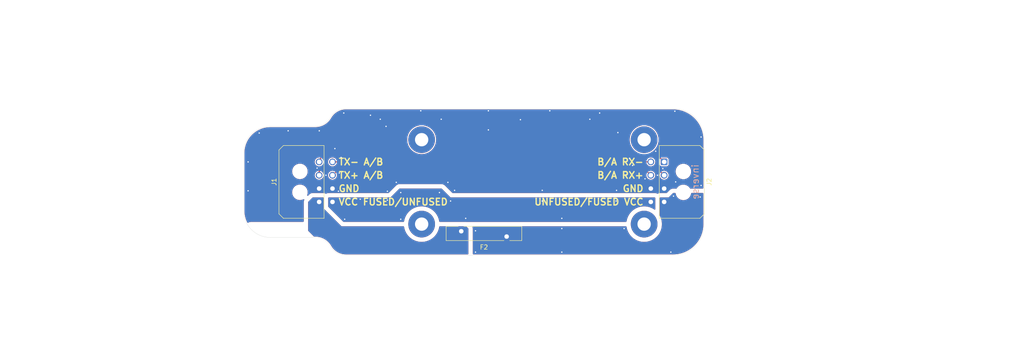
<source format=kicad_pcb>
(kicad_pcb (version 20241229) (generator "pcbnew") (generator_version "9.0")
  (layers (0 "F.Cu" signal) (2 "B.Cu" signal) (13 "F.Paste" user) (15 "B.Paste" user) (5 "F.SilkS" user "F.Silkscreen") (7 "B.SilkS" user "B.Silkscreen") (1 "F.Mask" user) (3 "B.Mask" user) (25 "Edge.Cuts" user))
  (net 0 "")
  (net 1 "GND")
  (net 2 "12V_FUSED_SIDE1")
  (net 3 "12V_FUSED_SIDE2")
  (net 4 "TX_A-")
  (net 5 "TX_A+")
  (net 6 "TX_B+")
  (net 7 "TX_B-")
  (net 12 "12V_UNFUSED")
  (footprint "Connector_Molex:Molex_Micro-Fit_3.0_43045-0800_2x04_P3.00mm_Horizontal" (layer "F.Cu") (at -2.535 6.5 90)
    (property "Reference" "J1" (at 4.5 -10.12 90) (layer "F.SilkS"))
    (property "Value" "OUT")
    (fp_line (start 11.685 -9.03) (end 12.685 -8.03) (stroke (width 0.12)) (layer "F.SilkS"))
    (fp_line (start -2.685 -9.03) (end 11.685 -9.03) (stroke (width 0.12)) (layer "F.SilkS"))
    (fp_line (start 12.685 -8.03) (end 12.685 1.1) (stroke (width 0.12)) (layer "F.SilkS"))
    (fp_line (start -3.685 -8.03) (end -2.685 -9.03) (stroke (width 0.12)) (layer "F.SilkS"))
    (fp_line (start 12.685 1.1) (end -3.685 1.1) (stroke (width 0.12)) (layer "F.SilkS"))
    (fp_line (start -3.685 1.1) (end -3.685 -8.03) (stroke (width 0.12)) (layer "F.SilkS"))
    (pad "" np_thru_hole circle (at 2.16 -4.32 90) (size 3 3) (drill 3) (layers "*.Cu" "*.Mask"))
    (pad "" np_thru_hole circle (at 6.86 -4.32 90) (size 3 3) (drill 3) (layers "*.Cu" "*.Mask"))
    (pad "1" thru_hole roundrect (at 0 0 90) (size 1.5 1.5) (drill 1.02) (layers "*.Cu" "*.Mask") (roundrect_rratio 0.166667) (net 2 "12V_FUSED_SIDE1"))
    (pad "2" thru_hole circle (at 3 0 90) (size 1.5 1.5) (drill 1.02) (layers "*.Cu" "*.Mask") (net 1 "GND"))
    (pad "3" thru_hole circle (at 6 0 90) (size 1.5 1.5) (drill 1.02) (layers "*.Cu" "*.Mask") (net 5 "TX_A+"))
    (pad "4" thru_hole circle (at 9 0 90) (size 1.5 1.5) (drill 1.02) (layers "*.Cu" "*.Mask") (net 4 "TX_A-"))
    (pad "5" thru_hole circle (at 0 3 90) (size 1.5 1.5) (drill 1.02) (layers "*.Cu" "*.Mask") (net 12 "12V_UNFUSED"))
    (pad "6" thru_hole circle (at 3 3 90) (size 1.5 1.5) (drill 1.02) (layers "*.Cu" "*.Mask") (net 1 "GND"))
    (pad "7" thru_hole circle (at 6 3 90) (size 1.5 1.5) (drill 1.02) (layers "*.Cu" "*.Mask") (net 6 "TX_B+"))
    (pad "8" thru_hole circle (at 9 3 90) (size 1.5 1.5) (drill 1.02) (layers "*.Cu" "*.Mask") (net 7 "TX_B-"))
  )
  (footprint "Connector_Molex:Molex_Micro-Fit_3.0_43045-0800_2x04_P3.00mm_Horizontal" (layer "F.Cu") (at 75 -2.5 -90)
    (property "Reference" "J2" (at 4.5 -10.12 90) (layer "F.SilkS"))
    (property "Value" "IN")
    (fp_line (start -3.685 1.1) (end -3.685 -8.03) (stroke (width 0.12)) (layer "F.SilkS"))
    (fp_line (start 12.685 1.1) (end -3.685 1.1) (stroke (width 0.12)) (layer "F.SilkS"))
    (fp_line (start -3.685 -8.03) (end -2.685 -9.03) (stroke (width 0.12)) (layer "F.SilkS"))
    (fp_line (start 12.685 -8.03) (end 12.685 1.1) (stroke (width 0.12)) (layer "F.SilkS"))
    (fp_line (start -2.685 -9.03) (end 11.685 -9.03) (stroke (width 0.12)) (layer "F.SilkS"))
    (fp_line (start 11.685 -9.03) (end 12.685 -8.03) (stroke (width 0.12)) (layer "F.SilkS"))
    (pad "" np_thru_hole circle (at 2.16 -4.32 270) (size 3 3) (drill 3) (layers "*.Cu" "*.Mask"))
    (pad "" np_thru_hole circle (at 6.86 -4.32 270) (size 3 3) (drill 3) (layers "*.Cu" "*.Mask"))
    (pad "1" thru_hole roundrect (at 0 0 270) (size 1.5 1.5) (drill 1.02) (layers "*.Cu" "*.Mask") (roundrect_rratio 0.166667) (net 4 "TX_A-"))
    (pad "2" thru_hole circle (at 3 0 270) (size 1.5 1.5) (drill 1.02) (layers "*.Cu" "*.Mask") (net 5 "TX_A+"))
    (pad "3" thru_hole circle (at 6 0 270) (size 1.5 1.5) (drill 1.02) (layers "*.Cu" "*.Mask") (net 1 "GND"))
    (pad "4" thru_hole circle (at 9 0 270) (size 1.5 1.5) (drill 1.02) (layers "*.Cu" "*.Mask") (net 3 "12V_FUSED_SIDE2"))
    (pad "5" thru_hole circle (at 0 3 270) (size 1.5 1.5) (drill 1.02) (layers "*.Cu" "*.Mask") (net 7 "TX_B-"))
    (pad "6" thru_hole circle (at 3 3 270) (size 1.5 1.5) (drill 1.02) (layers "*.Cu" "*.Mask") (net 6 "TX_B+"))
    (pad "7" thru_hole circle (at 6 3 270) (size 1.5 1.5) (drill 1.02) (layers "*.Cu" "*.Mask") (net 1 "GND"))
    (pad "8" thru_hole circle (at 9 3 270) (size 1.5 1.5) (drill 1.02) (layers "*.Cu" "*.Mask") (net 12 "12V_UNFUSED"))
  )
  (footprint "footprints:Fuse_Littlefuse_RUEF" (layer "F.Cu") (at 34.5 13.7 180)
    (property "Reference" "F2" (at 0 -3 0) (layer "F.SilkS"))
    (property "Value" "RUEF700")
    (fp_line (start 8.5 -1.5) (end 8.5 1.7) (stroke (width 0.12)) (layer "F.SilkS"))
    (fp_line (start 5.788001 1.7) (end 8.5 1.7) (stroke (width 0.12)) (layer "F.SilkS"))
    (fp_line (start -4.5 -1.5) (end 8.5 -1.5) (stroke (width 0.12)) (layer "F.SilkS"))
    (fp_line (start -8.5 1.7) (end 4.5 1.7) (stroke (width 0.12)) (layer "F.SilkS"))
    (fp_line (start -8.5 -1.5) (end -5.788 -1.5) (stroke (width 0.12)) (layer "F.SilkS"))
    (fp_line (start -8.5 -1.5) (end -8.5 1.7) (stroke (width 0.12)) (layer "F.SilkS"))
    (pad "1" thru_hole circle (at -5.100001 -0.6 180) (size 2.01 2.01) (drill 1.01) (layers "*.Cu" "*.Mask") (net 3 "12V_FUSED_SIDE2"))
    (pad "2" thru_hole circle (at 5.100001 0.6 180) (size 2.01 2.01) (drill 1.01) (layers "*.Cu" "*.Mask") (net 2 "12V_FUSED_SIDE1"))
  )
  (footprint "footprints:MountingHole_3mm_Pad_nocourtyard" (layer "F.Cu") (at 70.5 -7.5)
    (property "Reference" "H2" (hide yes))
    (property "Value" "MountingHole_Pad")
    (pad "1" thru_hole circle (at 0 0) (size 6 6) (drill 3) (layers "*.Cu" "*.Mask"))
  )
  (footprint "footprints:MountingHole_3mm_Pad_nocourtyard" (layer "F.Cu") (at 70.5 11.5)
    (property "Reference" "H4" (hide yes))
    (property "Value" "MountingHole_Pad")
    (pad "1" thru_hole circle (at 0 0) (size 6 6) (drill 3) (layers "*.Cu" "*.Mask"))
  )
  (footprint "footprints:MountingHole_3mm_Pad_nocourtyard" (layer "F.Cu") (at 20.5 -7.5)
    (property "Reference" "H1" (hide yes))
    (property "Value" "MountingHole_Pad")
    (pad "1" thru_hole circle (at 0 0) (size 6 6) (drill 3) (layers "*.Cu" "*.Mask"))
  )
  (footprint "footprints:scetch" (layer "F.Cu") (at 20.5 2)
    (property "Reference" "" (hide yes))
    (property "Value" "" (hide yes))
  )
  (footprint "footprints:MountingHole_3mm_Pad_nocourtyard" (layer "F.Cu") (at 20.5 11.5)
    (property "Reference" "H3" (hide yes))
    (property "Value" "MountingHole_Pad")
    (pad "1" thru_hole circle (at 0 0) (size 6 6) (drill 3) (layers "*.Cu" "*.Mask"))
  )
  (gr_arc (start -19.5 -4.5) (mid -17.742641 -8.742641) (end -13.5 -10.5) (stroke (width 0.05)) (layer "Edge.Cuts"))
  (gr_arc (start -3.428206 14.499998) (mid -1.428205 15.035896) (end 0.035897 16.499999) (stroke (width 0.05)) (layer "Edge.Cuts"))
  (gr_arc (start 3.5 18.5) (mid 1.499999 17.964102) (end 0.035897 16.499999) (stroke (width 0.05)) (layer "Edge.Cuts"))
  (gr_arc (start 0.035898 -12.499999) (mid -1.428204 -11.035897) (end -3.428205 -10.499998) (stroke (width 0.05)) (layer "Edge.Cuts"))
  (gr_line (start -13.5 -10.5) (end -3.428205 -10.5) (stroke (width 0.05)) (layer "Edge.Cuts"))
  (gr_line (start 3.500001 -14.5) (end 77 -14.5) (stroke (width 0.05)) (layer "Edge.Cuts"))
  (gr_line (start -13.500001 14.5) (end -3.428206 14.5) (stroke (width 0.05)) (layer "Edge.Cuts"))
  (gr_line (start -19.5 -4.5) (end -19.5 8.5) (stroke (width 0.05)) (layer "Edge.Cuts"))
  (gr_arc (start 0.035898 -12.499999) (mid 1.5 -13.964101) (end 3.500001 -14.5) (stroke (width 0.05)) (layer "Edge.Cuts"))
  (gr_arc (start -13.5 14.5) (mid -17.742641 12.742641) (end -19.5 8.5) (stroke (width 0.05)) (layer "Edge.Cuts"))
  (gr_arc (start 84 11.5) (mid 81.949747 16.449747) (end 77 18.5) (stroke (width 0.05)) (layer "Edge.Cuts"))
  (gr_line (start 3.5 18.5) (end 77 18.5) (stroke (width 0.05)) (layer "Edge.Cuts"))
  (gr_arc (start 77 -14.5) (mid 81.949747 -12.449747) (end 84 -7.5) (stroke (width 0.05)) (layer "Edge.Cuts"))
  (gr_line (start 84 -7.5) (end 84 11.5) (stroke (width 0.05)) (layer "Edge.Cuts"))
  (gr_text "VCC FUSED/UNFUSED" (at 1.7 6.5 0) (layer "F.SilkS") (effects (font (size 1.5 1.5) (thickness 0.3)) (justify left)))
  (gr_text "UNFUSED/FUSED VCC" (at 70.5 6.5 0) (layer "F.SilkS") (effects (font (size 1.5 1.5) (thickness 0.3)) (justify right)))
  (gr_text "B/A RX+" (at 70.5 0.5 0) (layer "F.SilkS") (effects (font (size 1.5 1.5) (thickness 0.3)) (justify right)))
  (gr_text "GND" (at 1.7 3.5 0) (layer "F.SilkS") (effects (font (size 1.5 1.5) (thickness 0.3)) (justify left)))
  (gr_text "B/A RX-" (at 70.5 -2.5 0) (layer "F.SilkS") (effects (font (size 1.5 1.5) (thickness 0.3)) (justify right)))
  (gr_text "TX- A/B" (at 1.7 -2.5 0) (layer "F.SilkS") (effects (font (size 1.5 1.5) (thickness 0.3)) (justify left)))
  (gr_text "TX+ A/B" (at 1.7 0.5 0) (layer "F.SilkS") (effects (font (size 1.5 1.5) (thickness 0.3)) (justify left)))
  (gr_text "GND" (at 70.5 3.5 0) (layer "F.SilkS") (effects (font (size 1.5 1.5) (thickness 0.3)) (justify right)))
  (gr_text "inverse" (at 82 2 90) (layer "B.SilkS") (effects (font (size 1.5 1.5) (thickness 0.1875)) (justify mirror)))
  (via (at 42.7 -12) (size 0.6) (drill 0.3) (layers "F.Cu" "B.Cu") (net 1))
  (via (at -16 -9) (size 0.6) (drill 0.3) (layers "F.Cu" "B.Cu") (net 1))
  (via (at 70.7 1.3) (size 0.6) (drill 0.3) (layers "F.Cu" "B.Cu") (net 1))
  (via (at 27.9 3.9) (size 0.6) (drill 0.3) (layers "F.Cu" "B.Cu") (net 1))
  (via (at 60.5 -13.5) (size 0.6) (drill 0.3) (layers "F.Cu" "B.Cu") (net 1))
  (via (at 49.3 -14) (size 0.6) (drill 0.3) (layers "F.Cu" "B.Cu") (net 1))
  (via (at 77.585 2) (size 0.6) (drill 0.3) (layers "F.Cu" "B.Cu") (net 1))
  (via (at -18.5 4) (size 0.6) (drill 0.3) (layers "F.Cu" "B.Cu") (net 1))
  (via (at 47.6 3.9) (size 0.6) (drill 0.3) (layers "F.Cu" "B.Cu") (net 1))
  (via (at 11.2 -12.1) (size 0.6) (drill 0.3) (layers "F.Cu" "B.Cu") (net 1))
  (via (at 24.9 -12.1) (size 0.6) (drill 0.3) (layers "F.Cu" "B.Cu") (net 1))
  (via (at 26.4 2.1) (size 0.6) (drill 0.3) (layers "F.Cu" "B.Cu") (net 1))
  (via (at -18.5 -2.5) (size 0.6) (drill 0.3) (layers "F.Cu" "B.Cu") (net 1))
  (via (at 1 -5.5) (size 0.6) (drill 0.3) (layers "F.Cu" "B.Cu") (net 1))
  (via (at 12.5 -10.5) (size 0.6) (drill 0.3) (layers "F.Cu" "B.Cu") (net 1))
  (via (at 35.5 -9.7) (size 0.6) (drill 0.3) (layers "F.Cu" "B.Cu") (net 1))
  (via (at 3 -13.5) (size 0.6) (drill 0.3) (layers "F.Cu" "B.Cu") (net 1))
  (via (at 83.3 2.8) (size 0.6) (drill 0.3) (layers "F.Cu" "B.Cu") (net 1))
  (via (at 83.3 -8.1) (size 0.6) (drill 0.3) (layers "F.Cu" "B.Cu") (net 1))
  (via (at 12.8 4.1) (size 0.6) (drill 0.3) (layers "F.Cu" "B.Cu") (net 1))
  (via (at -2.5 -9.5) (size 0.6) (drill 0.3) (layers "F.Cu" "B.Cu") (net 1))
  (via (at 1.8 4.1) (size 0.6) (drill 0.3) (layers "F.Cu" "B.Cu") (net 1))
  (via (at -1 0.5) (size 0.6) (drill 0.3) (layers "F.Cu" "B.Cu") (net 1))
  (via (at -3 -1.1) (size 0.6) (drill 0.3) (layers "F.Cu" "B.Cu") (net 1))
  (via (at 77.4 -13.9) (size 0.6) (drill 0.3) (layers "F.Cu" "B.Cu") (net 1))
  (via (at 2 0) (size 0.6) (drill 0.3) (layers "F.Cu" "B.Cu") (net 1))
  (via (at 67.9 -1.7) (size 0.6) (drill 0.3) (layers "F.Cu" "B.Cu") (net 1))
  (via (at 73.5 0.5) (size 0.6) (drill 0.3) (layers "F.Cu" "B.Cu") (net 1))
  (via (at 20.3 -14) (size 0.6) (drill 0.3) (layers "F.Cu" "B.Cu") (net 1))
  (via (at 64.6 -9.1) (size 0.6) (drill 0.3) (layers "F.Cu" "B.Cu") (net 1))
  (via (at 9 -13) (size 0.6) (drill 0.3) (layers "F.Cu" "B.Cu") (net 1))
  (via (at 35.5 -14) (size 0.6) (drill 0.3) (layers "F.Cu" "B.Cu") (net 1))
  (via (at 64.3 3.9) (size 0.6) (drill 0.3) (layers "F.Cu" "B.Cu") (net 1))
  (via (at 58.3 -12.1) (size 0.6) (drill 0.3) (layers "F.Cu" "B.Cu") (net 1))
  (via (at 74.7 -1) (size 0.6) (drill 0.3) (layers "F.Cu" "B.Cu") (net 1))
  (via (at -9.5 -9.5) (size 0.6) (drill 0.3) (layers "F.Cu" "B.Cu") (net 1))
  (via (at 14.8 2.1) (size 0.6) (drill 0.3) (layers "F.Cu" "B.Cu") (net 1))
  (via (at 73.1 -4.9) (size 0.6) (drill 0.3) (layers "F.Cu" "B.Cu") (net 1))
  (via (at 67.2 -3.3) (size 0.6) (drill 0.3) (layers "F.Cu" "B.Cu") (net 1))
  (via (at 2.4 -3.5) (size 0.6) (drill 0.3) (layers "F.Cu" "B.Cu") (net 1))
  (via (at 52 17.8) (size 0.6) (drill 0.3) (layers "F.Cu" "B.Cu") (net 3))
  (via (at 32.6 17.8) (size 0.6) (drill 0.3) (layers "F.Cu" "B.Cu") (net 3))
  (via (at 66 12.5) (size 0.6) (drill 0.3) (layers "F.Cu" "B.Cu") (net 3))
  (via (at 76.5 17.8) (size 0.6) (drill 0.3) (layers "F.Cu" "B.Cu") (net 3))
  (via (at 77.1 5.2) (size 0.6) (drill 0.3) (layers "F.Cu" "B.Cu") (net 3))
  (via (at 32.6 13) (size 0.6) (drill 0.3) (layers "F.Cu" "B.Cu") (net 3))
  (via (at 52 12.5) (size 0.6) (drill 0.3) (layers "F.Cu" "B.Cu") (net 3))
  (via (at 83.1 5.4) (size 0.6) (drill 0.3) (layers "F.Cu" "B.Cu") (net 3))
  (segment (start -2.535 -2.965) (end -2.535 -2.5) (width 0.2) (layer "F.Cu") (net 4))
  (segment (start 10.6 -13.3) (end 2.1 -4.8) (width 0.2) (layer "F.Cu") (net 4))
  (segment (start 73.4 -4.1) (end 68.3 -4.1) (width 0.2) (layer "F.Cu") (net 4))
  (segment (start 68.3 -4.1) (end 59.1 -13.3) (width 0.2) (layer "F.Cu") (net 4))
  (segment (start 59.1 -13.3) (end 10.6 -13.3) (width 0.2) (layer "F.Cu") (net 4))
  (segment (start 2.1 -4.8) (end -0.7 -4.8) (width 0.2) (layer "F.Cu") (net 4))
  (segment (start 75 -2.5) (end 73.4 -4.1) (width 0.2) (layer "F.Cu") (net 4))
  (segment (start -0.7 -4.8) (end -2.535 -2.965) (width 0.2) (layer "F.Cu") (net 4))
  (segment (start -1.4 -1.5) (end -1.4 -3.5) (width 0.2) (layer "F.Cu") (net 5))
  (segment (start 68.2 -3.6) (end 72.8 -3.6) (width 0.2) (layer "F.Cu") (net 5))
  (segment (start 2.3 -4.4) (end 10.8 -12.9) (width 0.2) (layer "F.Cu") (net 5))
  (segment (start -2.535 0.5) (end -2.535 -0.365) (width 0.2) (layer "F.Cu") (net 5))
  (segment (start -0.5 -4.4) (end 2.3 -4.4) (width 0.2) (layer "F.Cu") (net 5))
  (segment (start -2.535 -0.365) (end -1.4 -1.5) (width 0.2) (layer "F.Cu") (net 5))
  (segment (start 72.8 -3.6) (end 73.7 -2.7) (width 0.2) (layer "F.Cu") (net 5))
  (segment (start 58.9 -12.9) (end 68.2 -3.6) (width 0.2) (layer "F.Cu") (net 5))
  (segment (start 73.7 -0.8) (end 75 0.5) (width 0.2) (layer "F.Cu") (net 5))
  (segment (start -1.4 -3.5) (end -0.5 -4.4) (width 0.2) (layer "F.Cu") (net 5))
  (segment (start 73.7 -2.7) (end 73.7 -0.8) (width 0.2) (layer "F.Cu") (net 5))
  (segment (start 10.8 -12.9) (end 58.9 -12.9) (width 0.2) (layer "F.Cu") (net 5))
  (segment (start 0.5 0.5) (end 12.4 -11.4) (width 0.2) (layer "F.Cu") (net 6))
  (segment (start 12.4 -11.4) (end 23.4 -11.4) (width 0.2) (layer "F.Cu") (net 6))
  (segment (start 70.5 -1) (end 72 0.5) (width 0.2) (layer "F.Cu") (net 6))
  (segment (start 67.5 -1) (end 70.5 -1) (width 0.2) (layer "F.Cu") (net 6))
  (segment (start 24.1 -10.7) (end 57.8 -10.7) (width 0.2) (layer "F.Cu") (net 6))
  (segment (start 57.8 -10.7) (end 67.5 -1) (width 0.2) (layer "F.Cu") (net 6))
  (segment (start 23.4 -11.4) (end 24.1 -10.7) (width 0.2) (layer "F.Cu") (net 6))
  (segment (start 0.465 0.5) (end 0.5 0.5) (width 0.2) (layer "F.Cu") (net 6))
  (segment (start 2.9 -2.5) (end 12.2 -11.8) (width 0.2) (layer "F.Cu") (net 7))
  (segment (start 12.2 -11.8) (end 23.7 -11.8) (width 0.2) (layer "F.Cu") (net 7))
  (segment (start 58 -11.1) (end 66.6 -2.5) (width 0.2) (layer "F.Cu") (net 7))
  (segment (start 24.4 -11.1) (end 58 -11.1) (width 0.2) (layer "F.Cu") (net 7))
  (segment (start 23.7 -11.8) (end 24.4 -11.1) (width 0.2) (layer "F.Cu") (net 7))
  (segment (start 0.465 -2.5) (end 2.9 -2.5) (width 0.2) (layer "F.Cu") (net 7))
  (segment (start 66.6 -2.5) (end 72 -2.5) (width 0.2) (layer "F.Cu") (net 7))
  (via (at 30.4 10.2) (size 0.6) (drill 0.3) (layers "F.Cu" "B.Cu") (net 12))
  (via (at 12.8 6.1) (size 0.6) (drill 0.3) (layers "F.Cu" "B.Cu") (net 12))
  (via (at 6.7 5.9) (size 0.6) (drill 0.3) (layers "F.Cu" "B.Cu") (net 12))
  (via (at 52 10.2) (size 0.6) (drill 0.3) (layers "F.Cu" "B.Cu") (net 12))
  (via (at 15.8 10.4) (size 0.6) (drill 0.3) (layers "F.Cu" "B.Cu") (net 12))
  (via (at 24.5 4.4) (size 0.6) (drill 0.3) (layers "F.Cu" "B.Cu") (net 12))
  (via (at 47.6 6.3) (size 0.6) (drill 0.3) (layers "F.Cu" "B.Cu") (net 12))
  (via (at 64.2 6.3) (size 0.6) (drill 0.3) (layers "F.Cu" "B.Cu") (net 12))
  (via (at 3.2 10.4) (size 0.6) (drill 0.3) (layers "F.Cu" "B.Cu") (net 12))
  (via (at 15.8 4.4) (size 0.6) (drill 0.3) (layers "F.Cu" "B.Cu") (net 12))
  (via (at 27 6.3) (size 0.6) (drill 0.3) (layers "F.Cu" "B.Cu") (net 12))
  (zone (net 1) (net_name "GND") (layers "F.Cu" "B.Cu") (connect_pads yes (clearance 0.254)) (min_thickness 0.25) (fill yes (thermal_gap 0.5) (thermal_bridge_width 0.5))
    (polygon (pts (xy -20 -15) (xy 90 -15) (xy 90 19) (xy 87 22) (xy -20 22)))
  )
  (zone (net 3) (net_name "12V_FUSED_SIDE2") (layers "F.Cu" "B.Cu") (connect_pads yes (clearance 1)) (min_thickness 0.25) (fill yes (thermal_gap 0.5) (thermal_bridge_width 0.5))
    (polygon (pts (xy -20 12) (xy 74 12) (xy 74 5.5) (xy 76 5.5) (xy 77 4.5) (xy 85.5 4.5) (xy 85.5 19) (xy -20 19)))
  )
  (zone (net 2) (net_name "12V_FUSED_SIDE1") (layers "F.Cu" "B.Cu") (priority 4) (connect_pads yes (clearance 1)) (min_thickness 0.25) (fill yes (thermal_gap 0.5) (thermal_bridge_width 0.5))
    (polygon (pts (xy 30.5 12) (xy 31 12.5) (xy 31 19.5) (xy 1.5 19.5) (xy -5 13) (xy -5 6.5) (xy -4 5.5) (xy -1.5 5.5) (xy -1.5 6) (xy -1.5 8) (xy 2.5 12)))
  )
  (zone (net 12) (net_name "12V_UNFUSED") (layers "F.Cu" "B.Cu") (priority 1) (connect_pads yes (clearance 1)) (min_thickness 0.25) (fill yes (thermal_gap 0.5) (thermal_bridge_width 0.5))
    (polygon (pts (xy 13.5 5.5) (xy 15.5 3.5) (xy 25 3.5) (xy 27 5.5) (xy 73 5.5) (xy 73 11) (xy -1 11) (xy -1 5.5)))
  )
)
</source>
